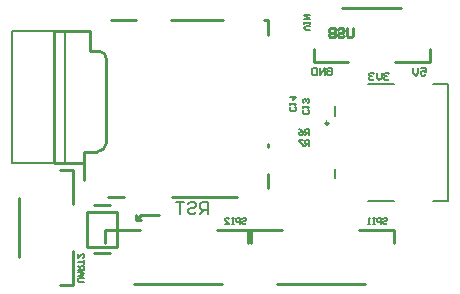
<source format=gbo>
%FSAX25Y25*%
%MOIN*%
G70*
G01*
G75*
G04 Layer_Color=32896*
%ADD10C,0.05000*%
%ADD11R,0.02165X0.02362*%
%ADD12R,0.05906X0.01181*%
%ADD13R,0.01181X0.05906*%
%ADD14R,0.02362X0.02165*%
%ADD15R,0.04528X0.05512*%
%ADD16R,0.03740X0.03740*%
%ADD17R,0.02165X0.05709*%
%ADD18R,0.02165X0.05709*%
%ADD19R,0.04331X0.02559*%
%ADD20R,0.05118X0.05906*%
%ADD21R,0.02165X0.05709*%
%ADD22R,0.11024X0.02953*%
G04:AMPARAMS|DCode=23|XSize=31.5mil|YSize=51.18mil|CornerRadius=7.87mil|HoleSize=0mil|Usage=FLASHONLY|Rotation=90.000|XOffset=0mil|YOffset=0mil|HoleType=Round|Shape=RoundedRectangle|*
%AMROUNDEDRECTD23*
21,1,0.03150,0.03543,0,0,90.0*
21,1,0.01575,0.05118,0,0,90.0*
1,1,0.01575,0.01772,0.00787*
1,1,0.01575,0.01772,-0.00787*
1,1,0.01575,-0.01772,-0.00787*
1,1,0.01575,-0.01772,0.00787*
%
%ADD23ROUNDEDRECTD23*%
%ADD24R,0.11811X0.08268*%
%ADD25R,0.03150X0.03150*%
%ADD26C,0.01000*%
%ADD27C,0.02000*%
%ADD28C,0.01500*%
%ADD29C,0.01800*%
%ADD30C,0.03000*%
%ADD31C,0.02362*%
%ADD32C,0.03150*%
%ADD33C,0.03500*%
%ADD34R,0.06890X0.03347*%
G04:AMPARAMS|DCode=35|XSize=68.9mil|YSize=33.47mil|CornerRadius=8.37mil|HoleSize=0mil|Usage=FLASHONLY|Rotation=180.000|XOffset=0mil|YOffset=0mil|HoleType=Round|Shape=RoundedRectangle|*
%AMROUNDEDRECTD35*
21,1,0.06890,0.01673,0,0,180.0*
21,1,0.05217,0.03347,0,0,180.0*
1,1,0.01673,-0.02608,0.00837*
1,1,0.01673,0.02608,0.00837*
1,1,0.01673,0.02608,-0.00837*
1,1,0.01673,-0.02608,-0.00837*
%
%ADD35ROUNDEDRECTD35*%
%ADD36R,0.09843X0.07874*%
%ADD37R,0.09055X0.01969*%
G04:AMPARAMS|DCode=38|XSize=19.69mil|YSize=90.55mil|CornerRadius=4.92mil|HoleSize=0mil|Usage=FLASHONLY|Rotation=270.000|XOffset=0mil|YOffset=0mil|HoleType=Round|Shape=RoundedRectangle|*
%AMROUNDEDRECTD38*
21,1,0.01969,0.08071,0,0,270.0*
21,1,0.00984,0.09055,0,0,270.0*
1,1,0.00984,-0.04035,-0.00492*
1,1,0.00984,-0.04035,0.00492*
1,1,0.00984,0.04035,0.00492*
1,1,0.00984,0.04035,-0.00492*
%
%ADD38ROUNDEDRECTD38*%
%ADD39R,0.06102X0.06299*%
%ADD40R,0.11024X0.05512*%
%ADD41R,0.11811X0.05512*%
%ADD42R,0.07480X0.05512*%
%ADD43R,0.11024X0.06102*%
G04:AMPARAMS|DCode=44|XSize=61.02mil|YSize=82.68mil|CornerRadius=15.26mil|HoleSize=0mil|Usage=FLASHONLY|Rotation=90.000|XOffset=0mil|YOffset=0mil|HoleType=Round|Shape=RoundedRectangle|*
%AMROUNDEDRECTD44*
21,1,0.06102,0.05217,0,0,90.0*
21,1,0.03051,0.08268,0,0,90.0*
1,1,0.03051,0.02608,0.01526*
1,1,0.03051,0.02608,-0.01526*
1,1,0.03051,-0.02608,-0.01526*
1,1,0.03051,-0.02608,0.01526*
%
%ADD44ROUNDEDRECTD44*%
G04:AMPARAMS|DCode=45|XSize=31.5mil|YSize=62.99mil|CornerRadius=7.87mil|HoleSize=0mil|Usage=FLASHONLY|Rotation=90.000|XOffset=0mil|YOffset=0mil|HoleType=Round|Shape=RoundedRectangle|*
%AMROUNDEDRECTD45*
21,1,0.03150,0.04724,0,0,90.0*
21,1,0.01575,0.06299,0,0,90.0*
1,1,0.01575,0.02362,0.00787*
1,1,0.01575,0.02362,-0.00787*
1,1,0.01575,-0.02362,-0.00787*
1,1,0.01575,-0.02362,0.00787*
%
%ADD45ROUNDEDRECTD45*%
%ADD46R,0.06299X0.03150*%
G04:AMPARAMS|DCode=47|XSize=31.5mil|YSize=51.18mil|CornerRadius=7.87mil|HoleSize=0mil|Usage=FLASHONLY|Rotation=180.000|XOffset=0mil|YOffset=0mil|HoleType=Round|Shape=RoundedRectangle|*
%AMROUNDEDRECTD47*
21,1,0.03150,0.03543,0,0,180.0*
21,1,0.01575,0.05118,0,0,180.0*
1,1,0.01575,-0.00787,0.01772*
1,1,0.01575,0.00787,0.01772*
1,1,0.01575,0.00787,-0.01772*
1,1,0.01575,-0.00787,-0.01772*
%
%ADD47ROUNDEDRECTD47*%
%ADD48R,0.08268X0.11811*%
%ADD49R,0.03150X0.05118*%
%ADD50R,0.05118X0.03150*%
%ADD51R,0.14800X0.13400*%
%ADD52R,0.01955X0.02104*%
%ADD53C,0.00787*%
%ADD54C,0.00984*%
%ADD55C,0.00984*%
%ADD56C,0.00500*%
%ADD57C,0.00700*%
D26*
X0311875Y0275300D02*
G03*
X0314875Y0278300I0000000J0003000D01*
G01*
Y0306300D02*
G03*
X0312375Y0308800I-0002500J0000000D01*
G01*
X0326400Y0254300D02*
X0332500D01*
X0324800Y0252700D02*
X0326400Y0254300D01*
X0324800Y0252700D02*
Y0254300D01*
Y0252700D02*
X0326400D01*
X0310723Y0241500D02*
X0316235D01*
X0310723Y0257500D02*
X0316235D01*
X0308400Y0243500D02*
Y0255311D01*
X0318400Y0243500D02*
Y0255311D01*
X0308558Y0243500D02*
X0318400D01*
X0308558Y0255311D02*
X0318400D01*
X0297445Y0315447D02*
X0309375D01*
X0297501Y0271513D02*
X0307343D01*
X0297445D02*
Y0315447D01*
X0336875Y0260300D02*
X0358375D01*
X0315375D02*
X0320875D01*
X0307375Y0265800D02*
Y0275300D01*
X0311875D01*
X0314875Y0278300D02*
Y0306300D01*
X0309375Y0308800D02*
X0312375D01*
X0309375D02*
Y0315447D01*
X0316375Y0319300D02*
X0324875D01*
X0336375D02*
X0353875D01*
X0368875Y0314300D02*
Y0319300D01*
X0367375D02*
X0368875D01*
Y0263300D02*
Y0267800D01*
Y0276800D02*
Y0277800D01*
X0371657Y0231184D02*
X0401185D01*
X0362130Y0244963D02*
Y0249294D01*
X0373547D01*
X0399217D02*
X0410634D01*
Y0244963D02*
Y0249294D01*
X0324058Y0231184D02*
X0353585D01*
X0314530Y0244963D02*
Y0249294D01*
X0325947D01*
X0351617D02*
X0363034D01*
Y0244963D02*
Y0249294D01*
X0384009Y0305095D02*
Y0309425D01*
Y0305095D02*
X0395426D01*
X0411174D02*
X0422591D01*
Y0309425D01*
X0393458Y0323205D02*
X0413142D01*
X0299375Y0230709D02*
X0303706D01*
Y0242126D01*
Y0257874D02*
Y0269291D01*
X0299375D02*
X0303706D01*
X0285595Y0240158D02*
Y0259842D01*
X0397000Y0316499D02*
Y0314000D01*
X0396500Y0313500D01*
X0395500D01*
X0395001Y0314000D01*
Y0316499D01*
X0392002Y0315999D02*
X0392501Y0316499D01*
X0393501D01*
X0394001Y0315999D01*
Y0315499D01*
X0393501Y0315000D01*
X0392501D01*
X0392002Y0314500D01*
Y0314000D01*
X0392501Y0313500D01*
X0393501D01*
X0394001Y0314000D01*
X0391002Y0316499D02*
Y0313500D01*
X0389502D01*
X0389003Y0314000D01*
Y0314500D01*
X0389502Y0315000D01*
X0391002D01*
X0389502D01*
X0389003Y0315499D01*
Y0315999D01*
X0389502Y0316499D01*
X0391002D01*
D53*
X0428756Y0259012D02*
Y0297988D01*
X0423638Y0259012D02*
X0428756D01*
X0401984D02*
X0410646D01*
X0401984Y0297988D02*
X0410646D01*
X0423638D02*
X0428756D01*
X0390961Y0266492D02*
Y0269642D01*
Y0287358D02*
Y0290508D01*
D54*
X0388894Y0284799D02*
G03*
X0388894Y0284799I-0000492J0000000D01*
G01*
D56*
X0283328Y0315410D02*
X0297445D01*
X0283328Y0271513D02*
X0297445D01*
X0301044Y0271473D02*
Y0315410D01*
X0283328Y0271473D02*
Y0315410D01*
X0382066Y0289233D02*
X0382399Y0288900D01*
Y0288233D01*
X0382066Y0287900D01*
X0380733D01*
X0380400Y0288233D01*
Y0288900D01*
X0380733Y0289233D01*
X0380400Y0289899D02*
Y0290566D01*
Y0290233D01*
X0382399D01*
X0382066Y0289899D01*
Y0291565D02*
X0382399Y0291899D01*
Y0292565D01*
X0382066Y0292898D01*
X0381733D01*
X0381400Y0292565D01*
Y0292232D01*
Y0292565D01*
X0381066Y0292898D01*
X0380733D01*
X0380400Y0292565D01*
Y0291899D01*
X0380733Y0291565D01*
X0377766Y0290133D02*
X0378099Y0289800D01*
Y0289133D01*
X0377766Y0288800D01*
X0376433D01*
X0376100Y0289133D01*
Y0289800D01*
X0376433Y0290133D01*
X0376100Y0290799D02*
Y0291466D01*
Y0291133D01*
X0378099D01*
X0377766Y0290799D01*
X0376100Y0293465D02*
X0378099D01*
X0377100Y0292465D01*
Y0293798D01*
X0360167Y0252866D02*
X0360500Y0253199D01*
X0361167D01*
X0361500Y0252866D01*
Y0252533D01*
X0361167Y0252200D01*
X0360500D01*
X0360167Y0251866D01*
Y0251533D01*
X0360500Y0251200D01*
X0361167D01*
X0361500Y0251533D01*
X0359501Y0251200D02*
Y0253199D01*
X0358501D01*
X0358168Y0252866D01*
Y0252200D01*
X0358501Y0251866D01*
X0359501D01*
X0357501Y0253199D02*
X0356835D01*
X0357168D01*
Y0251200D01*
X0357501D01*
X0356835D01*
X0354502D02*
X0355835D01*
X0354502Y0252533D01*
Y0252866D01*
X0354836Y0253199D01*
X0355502D01*
X0355835Y0252866D01*
X0382799Y0315900D02*
X0381466D01*
X0380800Y0316566D01*
X0381466Y0317233D01*
X0382799D01*
Y0317899D02*
Y0318566D01*
Y0318233D01*
X0380800D01*
Y0317899D01*
Y0318566D01*
Y0319566D02*
X0382799D01*
X0380800Y0320898D01*
X0382799D01*
X0407167Y0252866D02*
X0407500Y0253199D01*
X0408167D01*
X0408500Y0252866D01*
Y0252533D01*
X0408167Y0252200D01*
X0407500D01*
X0407167Y0251866D01*
Y0251533D01*
X0407500Y0251200D01*
X0408167D01*
X0408500Y0251533D01*
X0406501Y0251200D02*
Y0253199D01*
X0405501D01*
X0405168Y0252866D01*
Y0252200D01*
X0405501Y0251866D01*
X0406501D01*
X0404501Y0253199D02*
X0403835D01*
X0404168D01*
Y0251200D01*
X0404501D01*
X0403835D01*
X0402835D02*
X0402169D01*
X0402502D01*
Y0253199D01*
X0402835Y0252866D01*
X0307299Y0231800D02*
X0305633D01*
X0305300Y0232133D01*
Y0232800D01*
X0305633Y0233133D01*
X0307299D01*
X0305300Y0233799D02*
X0306633D01*
X0307299Y0234466D01*
X0306633Y0235132D01*
X0305300D01*
X0306300D01*
Y0233799D01*
X0305300Y0235799D02*
X0307299D01*
Y0236798D01*
X0306966Y0237132D01*
X0306300D01*
X0305966Y0236798D01*
Y0235799D01*
Y0236465D02*
X0305300Y0237132D01*
X0307299Y0237798D02*
Y0239131D01*
Y0238464D01*
X0305300D01*
Y0241130D02*
Y0239797D01*
X0306633Y0241130D01*
X0306966D01*
X0307299Y0240797D01*
Y0240131D01*
X0306966Y0239797D01*
X0382400Y0277300D02*
Y0279299D01*
X0381400D01*
X0381067Y0278966D01*
Y0278300D01*
X0381400Y0277966D01*
X0382400D01*
X0381734D02*
X0381067Y0277300D01*
X0380401Y0279299D02*
X0379068D01*
Y0278966D01*
X0380401Y0277633D01*
Y0277300D01*
X0382400Y0280800D02*
Y0282799D01*
X0381400D01*
X0381067Y0282466D01*
Y0281800D01*
X0381400Y0281466D01*
X0382400D01*
X0381734D02*
X0381067Y0280800D01*
X0379068Y0282799D02*
X0379734Y0282466D01*
X0380401Y0281800D01*
Y0281133D01*
X0380067Y0280800D01*
X0379401D01*
X0379068Y0281133D01*
Y0281466D01*
X0379401Y0281800D01*
X0380401D01*
D57*
X0388434Y0302883D02*
X0388850Y0303299D01*
X0389684D01*
X0390100Y0302883D01*
Y0301217D01*
X0389684Y0300800D01*
X0388850D01*
X0388434Y0301217D01*
Y0302050D01*
X0389267D01*
X0387601Y0300800D02*
Y0303299D01*
X0385935Y0300800D01*
Y0303299D01*
X0385102D02*
Y0300800D01*
X0383852D01*
X0383436Y0301217D01*
Y0302883D01*
X0383852Y0303299D01*
X0385102D01*
X0409100Y0301283D02*
X0408683Y0301699D01*
X0407850D01*
X0407434Y0301283D01*
Y0300866D01*
X0407850Y0300450D01*
X0408267D01*
X0407850D01*
X0407434Y0300033D01*
Y0299617D01*
X0407850Y0299200D01*
X0408683D01*
X0409100Y0299617D01*
X0406601Y0301699D02*
Y0300033D01*
X0405768Y0299200D01*
X0404935Y0300033D01*
Y0301699D01*
X0404102Y0301283D02*
X0403685Y0301699D01*
X0402852D01*
X0402435Y0301283D01*
Y0300866D01*
X0402852Y0300450D01*
X0403269D01*
X0402852D01*
X0402435Y0300033D01*
Y0299617D01*
X0402852Y0299200D01*
X0403685D01*
X0404102Y0299617D01*
X0419634Y0303199D02*
X0421300D01*
Y0301950D01*
X0420467Y0302366D01*
X0420050D01*
X0419634Y0301950D01*
Y0301116D01*
X0420050Y0300700D01*
X0420884D01*
X0421300Y0301116D01*
X0418801Y0303199D02*
Y0301533D01*
X0417968Y0300700D01*
X0417135Y0301533D01*
Y0303199D01*
X0348900Y0254400D02*
Y0258399D01*
X0346901D01*
X0346234Y0257732D01*
Y0256399D01*
X0346901Y0255733D01*
X0348900D01*
X0347567D02*
X0346234Y0254400D01*
X0342235Y0257732D02*
X0342902Y0258399D01*
X0344235D01*
X0344901Y0257732D01*
Y0257066D01*
X0344235Y0256399D01*
X0342902D01*
X0342235Y0255733D01*
Y0255066D01*
X0342902Y0254400D01*
X0344235D01*
X0344901Y0255066D01*
X0340903Y0258399D02*
X0338237D01*
X0339570D01*
Y0254400D01*
M02*

</source>
